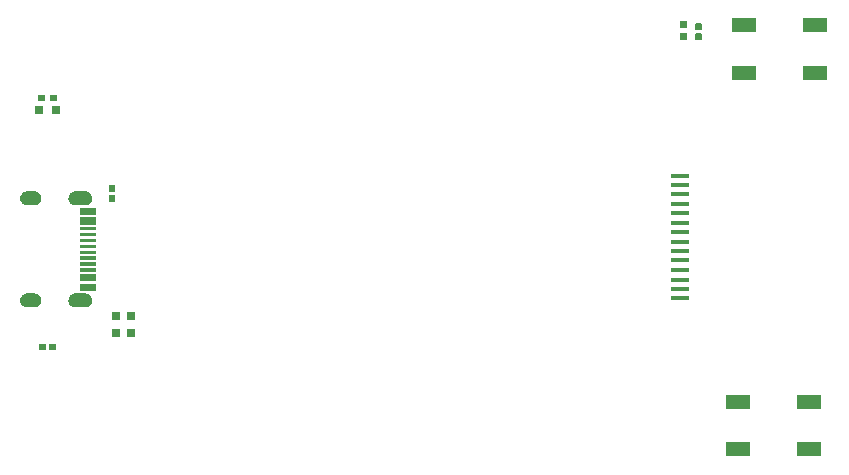
<source format=gbp>
G04 Layer: BottomPasteMaskLayer*
G04 EasyEDA v6.5.23, 2023-05-27 11:47:03*
G04 dba0e08a7a4f4acbaa45d03accf02bcc,0a61cb7f7b51421fbede6d33e3e5ec82,10*
G04 Gerber Generator version 0.2*
G04 Scale: 100 percent, Rotated: No, Reflected: No *
G04 Dimensions in inches *
G04 leading zeros omitted , absolute positions ,3 integer and 6 decimal *
%FSLAX36Y36*%
%MOIN*%

%AMMACRO1*21,1,$1,$2,0,0,$3*%
%ADD10MACRO1,0.0118X0.0591X90.0000*%
%ADD11R,0.0591X0.0118*%
%ADD12MACRO1,0.0827X0.0472X0.0000*%
%ADD13MACRO1,0.0236X0.0236X-90.0000*%
%ADD14MACRO1,0.0236X0.0236X90.0000*%
%ADD15MACRO1,0.0236X0.0236X0.0000*%
%ADD16C,0.0125*%

%LPD*%
G36*
X386880Y1550640D02*
G01*
X385319Y1549060D01*
X385319Y1530940D01*
X386880Y1529360D01*
X406599Y1529360D01*
X408180Y1530940D01*
X408180Y1549060D01*
X406599Y1550640D01*
G37*
G36*
X353400Y1550640D02*
G01*
X351820Y1549060D01*
X351820Y1530940D01*
X353400Y1529360D01*
X373120Y1529360D01*
X374680Y1530940D01*
X374680Y1549060D01*
X373120Y1550640D01*
G37*
G36*
X2540940Y2618180D02*
G01*
X2539360Y2616600D01*
X2539360Y2596880D01*
X2540940Y2595320D01*
X2559060Y2595320D01*
X2560640Y2596880D01*
X2560640Y2616600D01*
X2559060Y2618180D01*
G37*
G36*
X2540940Y2584680D02*
G01*
X2539360Y2583120D01*
X2539360Y2563399D01*
X2540940Y2561820D01*
X2559060Y2561820D01*
X2560640Y2563399D01*
X2560640Y2583120D01*
X2559060Y2584680D01*
G37*
G36*
X389840Y2380820D02*
G01*
X387879Y2378860D01*
X387879Y2361140D01*
X389840Y2359180D01*
X410700Y2359180D01*
X412680Y2361140D01*
X412680Y2378860D01*
X410700Y2380820D01*
G37*
G36*
X349300Y2380820D02*
G01*
X347320Y2378860D01*
X347320Y2361140D01*
X349300Y2359180D01*
X370160Y2359180D01*
X372120Y2361140D01*
X372120Y2378860D01*
X370160Y2380820D01*
G37*
G36*
X2491140Y2587120D02*
G01*
X2489180Y2585160D01*
X2489180Y2564300D01*
X2491140Y2562320D01*
X2508860Y2562320D01*
X2510820Y2564300D01*
X2510820Y2585160D01*
X2508860Y2587120D01*
G37*
G36*
X2491140Y2627679D02*
G01*
X2489180Y2625700D01*
X2489180Y2604840D01*
X2491140Y2602880D01*
X2508860Y2602880D01*
X2510820Y2604840D01*
X2510820Y2625700D01*
X2508860Y2627679D01*
G37*
G36*
X585940Y2078180D02*
G01*
X584360Y2076600D01*
X584360Y2056879D01*
X585940Y2055320D01*
X604060Y2055320D01*
X605640Y2056879D01*
X605640Y2076600D01*
X604060Y2078180D01*
G37*
G36*
X585940Y2044680D02*
G01*
X584360Y2043120D01*
X584360Y2023400D01*
X585940Y2021819D01*
X604060Y2021819D01*
X605640Y2023400D01*
X605640Y2043120D01*
X604060Y2044680D01*
G37*
G36*
X473740Y1718540D02*
G01*
X471400Y1718420D01*
X469060Y1718080D01*
X466780Y1717500D01*
X464560Y1716680D01*
X462440Y1715660D01*
X460439Y1714440D01*
X458560Y1713020D01*
X456840Y1711420D01*
X455280Y1709640D01*
X453900Y1707740D01*
X452720Y1705700D01*
X451760Y1703560D01*
X451000Y1701320D01*
X450480Y1699019D01*
X450180Y1696680D01*
X450120Y1694340D01*
X450300Y1691980D01*
X450720Y1689660D01*
X451360Y1687400D01*
X452220Y1685200D01*
X453280Y1683100D01*
X454560Y1681140D01*
X456040Y1679300D01*
X457680Y1677600D01*
X459480Y1676080D01*
X461420Y1674760D01*
X463500Y1673640D01*
X465660Y1672720D01*
X467920Y1672020D01*
X470220Y1671560D01*
X472560Y1671320D01*
X505240Y1671300D01*
X507600Y1671420D01*
X509920Y1671759D01*
X512200Y1672340D01*
X514420Y1673160D01*
X516540Y1674180D01*
X518540Y1675400D01*
X520420Y1676819D01*
X522140Y1678420D01*
X523700Y1680200D01*
X525080Y1682100D01*
X526260Y1684139D01*
X527220Y1686279D01*
X527980Y1688520D01*
X528500Y1690820D01*
X528800Y1693160D01*
X528860Y1695500D01*
X528680Y1697860D01*
X528260Y1700180D01*
X527620Y1702440D01*
X526780Y1704640D01*
X525700Y1706740D01*
X524420Y1708700D01*
X522939Y1710540D01*
X521300Y1712240D01*
X519500Y1713760D01*
X517560Y1715080D01*
X515480Y1716200D01*
X513320Y1717120D01*
X511060Y1717820D01*
X508760Y1718280D01*
X506420Y1718520D01*
G37*
G36*
X473740Y2058700D02*
G01*
X471400Y2058580D01*
X469060Y2058240D01*
X466780Y2057660D01*
X464560Y2056840D01*
X462440Y2055820D01*
X460439Y2054600D01*
X458560Y2053180D01*
X456840Y2051579D01*
X455280Y2049800D01*
X453900Y2047900D01*
X452720Y2045860D01*
X451760Y2043720D01*
X451000Y2041480D01*
X450480Y2039180D01*
X450180Y2036840D01*
X450120Y2034500D01*
X450300Y2032140D01*
X450720Y2029820D01*
X451360Y2027560D01*
X452220Y2025360D01*
X453280Y2023260D01*
X454560Y2021300D01*
X456040Y2019460D01*
X457680Y2017760D01*
X459480Y2016260D01*
X461420Y2014920D01*
X463500Y2013800D01*
X465660Y2012880D01*
X467920Y2012180D01*
X470220Y2011720D01*
X472560Y2011480D01*
X505240Y2011459D01*
X507600Y2011579D01*
X509920Y2011920D01*
X512200Y2012500D01*
X514420Y2013320D01*
X516540Y2014340D01*
X518540Y2015560D01*
X520420Y2016980D01*
X522140Y2018580D01*
X523700Y2020360D01*
X525080Y2022260D01*
X526260Y2024300D01*
X527220Y2026440D01*
X527980Y2028680D01*
X528500Y2030980D01*
X528800Y2033320D01*
X528860Y2035660D01*
X528680Y2038020D01*
X528260Y2040340D01*
X527620Y2042600D01*
X526780Y2044800D01*
X525700Y2046900D01*
X524420Y2048860D01*
X522939Y2050700D01*
X521300Y2052400D01*
X519500Y2053920D01*
X517560Y2055240D01*
X515480Y2056360D01*
X513320Y2057280D01*
X511060Y2057980D01*
X508760Y2058440D01*
X506420Y2058680D01*
G37*
G36*
X313100Y1718540D02*
G01*
X310760Y1718420D01*
X308420Y1718080D01*
X306140Y1717500D01*
X303940Y1716680D01*
X301820Y1715660D01*
X299800Y1714440D01*
X297920Y1713020D01*
X296200Y1711420D01*
X294640Y1709640D01*
X293260Y1707740D01*
X292080Y1705700D01*
X291120Y1703560D01*
X290360Y1701320D01*
X289840Y1699019D01*
X289560Y1696680D01*
X289500Y1694340D01*
X289680Y1691980D01*
X290080Y1689660D01*
X290720Y1687400D01*
X291580Y1685200D01*
X292660Y1683100D01*
X293920Y1681140D01*
X295400Y1679300D01*
X297040Y1677600D01*
X298840Y1676080D01*
X300800Y1674760D01*
X302860Y1673640D01*
X305040Y1672720D01*
X307280Y1672020D01*
X309580Y1671560D01*
X311940Y1671320D01*
X336740Y1671300D01*
X339080Y1671420D01*
X341420Y1671759D01*
X343700Y1672340D01*
X345900Y1673160D01*
X348020Y1674180D01*
X350040Y1675400D01*
X351920Y1676819D01*
X353640Y1678420D01*
X355200Y1680200D01*
X356580Y1682100D01*
X357760Y1684139D01*
X358720Y1686279D01*
X359480Y1688520D01*
X360000Y1690820D01*
X360280Y1693160D01*
X360340Y1695500D01*
X360160Y1697860D01*
X359760Y1700180D01*
X359120Y1702440D01*
X358260Y1704640D01*
X357180Y1706740D01*
X355920Y1708700D01*
X354440Y1710540D01*
X352800Y1712240D01*
X351000Y1713760D01*
X349040Y1715080D01*
X346980Y1716200D01*
X344820Y1717120D01*
X342560Y1717820D01*
X340260Y1718280D01*
X337900Y1718520D01*
G37*
G36*
X313100Y2058700D02*
G01*
X310760Y2058580D01*
X308420Y2058240D01*
X306140Y2057660D01*
X303940Y2056840D01*
X301820Y2055820D01*
X299800Y2054600D01*
X297920Y2053180D01*
X296200Y2051579D01*
X294640Y2049800D01*
X293260Y2047900D01*
X292080Y2045860D01*
X291120Y2043720D01*
X290360Y2041480D01*
X289840Y2039180D01*
X289560Y2036840D01*
X289500Y2034500D01*
X289680Y2032140D01*
X290080Y2029820D01*
X290720Y2027560D01*
X291580Y2025360D01*
X292660Y2023260D01*
X293920Y2021300D01*
X295400Y2019460D01*
X297040Y2017760D01*
X298840Y2016260D01*
X300800Y2014920D01*
X302860Y2013800D01*
X305040Y2012880D01*
X307280Y2012180D01*
X309580Y2011720D01*
X311940Y2011480D01*
X336740Y2011459D01*
X339080Y2011579D01*
X341420Y2011920D01*
X343700Y2012500D01*
X345900Y2013320D01*
X348020Y2014340D01*
X350040Y2015560D01*
X351920Y2016980D01*
X353640Y2018580D01*
X355200Y2020360D01*
X356580Y2022260D01*
X357760Y2024300D01*
X358720Y2026440D01*
X359480Y2028680D01*
X360000Y2030980D01*
X360280Y2033320D01*
X360340Y2035660D01*
X360160Y2038020D01*
X359760Y2040340D01*
X359120Y2042600D01*
X358260Y2044800D01*
X357180Y2046900D01*
X355920Y2048860D01*
X354440Y2050700D01*
X352800Y2052400D01*
X351000Y2053920D01*
X349040Y2055240D01*
X346980Y2056360D01*
X344820Y2057280D01*
X342560Y2057980D01*
X340260Y2058440D01*
X337900Y2058680D01*
G37*
G36*
X489500Y1750820D02*
G01*
X489500Y1727200D01*
X540680Y1727200D01*
X540680Y1750820D01*
G37*
G36*
X489500Y1880740D02*
G01*
X489500Y1868940D01*
X540680Y1868940D01*
X540680Y1880740D01*
G37*
G36*
X489500Y1841380D02*
G01*
X489500Y1829560D01*
X540680Y1829560D01*
X540680Y1841380D01*
G37*
G36*
X489500Y1782320D02*
G01*
X489500Y1758700D01*
X540680Y1758700D01*
X540680Y1782320D01*
G37*
G36*
X489500Y1821699D02*
G01*
X489500Y1809880D01*
X540680Y1809880D01*
X540680Y1821699D01*
G37*
G36*
X489500Y2002800D02*
G01*
X489500Y1979180D01*
X540680Y1979180D01*
X540680Y2002800D01*
G37*
G36*
X489500Y1861060D02*
G01*
X489500Y1849259D01*
X540680Y1849259D01*
X540680Y1861060D01*
G37*
G36*
X489500Y1939800D02*
G01*
X489500Y1928000D01*
X540680Y1928000D01*
X540680Y1939800D01*
G37*
G36*
X489500Y1900440D02*
G01*
X489500Y1888620D01*
X540680Y1888620D01*
X540680Y1900440D01*
G37*
G36*
X489500Y1920100D02*
G01*
X489500Y1908300D01*
X540680Y1908300D01*
X540680Y1920100D01*
G37*
G36*
X489500Y1802000D02*
G01*
X489500Y1790200D01*
X540680Y1790200D01*
X540680Y1802000D01*
G37*
G36*
X489480Y1971300D02*
G01*
X489480Y1947680D01*
X540660Y1947680D01*
X540660Y1971300D01*
G37*
D10*
G01*
X2490004Y1701557D03*
G01*
X2490004Y1733047D03*
G01*
X2490004Y1764547D03*
G01*
X2490004Y1890527D03*
G01*
X2490004Y1922027D03*
G01*
X2490004Y1953517D03*
G01*
X2490004Y1985017D03*
G01*
X2490004Y2016517D03*
G01*
X2490004Y2048007D03*
G01*
X2490004Y2079507D03*
G01*
X2490003Y2110997D03*
G01*
X2488004Y1794997D03*
D11*
G01*
X2490000Y1860500D03*
G01*
X2490000Y1829000D03*
D12*
G01*
X2939110Y2611740D03*
G01*
X2702890Y2611740D03*
G01*
X2939110Y2454259D03*
G01*
X2702890Y2454259D03*
G01*
X2682889Y1198260D03*
G01*
X2919110Y1198260D03*
G01*
X2682889Y1355740D03*
G01*
X2919110Y1355740D03*
D13*
G01*
X660000Y1644529D03*
D14*
G01*
X660000Y1585471D03*
D15*
G01*
X409529Y2330000D03*
G01*
X350471Y2330000D03*
D13*
G01*
X610000Y1644529D03*
D14*
G01*
X610000Y1585471D03*
M02*

</source>
